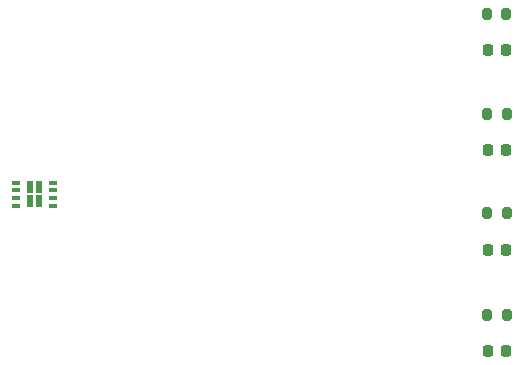
<source format=gtp>
G04 #@! TF.GenerationSoftware,KiCad,Pcbnew,8.0.4*
G04 #@! TF.CreationDate,2024-09-04T06:00:41+09:00*
G04 #@! TF.ProjectId,circuit-esp32-base,63697263-7569-4742-9d65-737033322d62,rev?*
G04 #@! TF.SameCoordinates,Original*
G04 #@! TF.FileFunction,Paste,Top*
G04 #@! TF.FilePolarity,Positive*
%FSLAX46Y46*%
G04 Gerber Fmt 4.6, Leading zero omitted, Abs format (unit mm)*
G04 Created by KiCad (PCBNEW 8.0.4) date 2024-09-04 06:00:41*
%MOMM*%
%LPD*%
G01*
G04 APERTURE LIST*
G04 Aperture macros list*
%AMRoundRect*
0 Rectangle with rounded corners*
0 $1 Rounding radius*
0 $2 $3 $4 $5 $6 $7 $8 $9 X,Y pos of 4 corners*
0 Add a 4 corners polygon primitive as box body*
4,1,4,$2,$3,$4,$5,$6,$7,$8,$9,$2,$3,0*
0 Add four circle primitives for the rounded corners*
1,1,$1+$1,$2,$3*
1,1,$1+$1,$4,$5*
1,1,$1+$1,$6,$7*
1,1,$1+$1,$8,$9*
0 Add four rect primitives between the rounded corners*
20,1,$1+$1,$2,$3,$4,$5,0*
20,1,$1+$1,$4,$5,$6,$7,0*
20,1,$1+$1,$6,$7,$8,$9,0*
20,1,$1+$1,$8,$9,$2,$3,0*%
G04 Aperture macros list end*
%ADD10RoundRect,0.218750X0.218750X0.256250X-0.218750X0.256250X-0.218750X-0.256250X0.218750X-0.256250X0*%
%ADD11RoundRect,0.200000X0.200000X0.275000X-0.200000X0.275000X-0.200000X-0.275000X0.200000X-0.275000X0*%
%ADD12R,0.600000X1.000000*%
%ADD13R,0.650000X0.350000*%
G04 APERTURE END LIST*
D10*
X196500000Y-109525000D03*
X194925000Y-109525000D03*
X196500000Y-118025000D03*
X194925000Y-118025000D03*
D11*
X196537500Y-115025000D03*
X194887500Y-115025000D03*
X196542500Y-98025000D03*
X194892500Y-98025000D03*
D10*
X196500000Y-92525000D03*
X194925000Y-92525000D03*
D12*
X156162500Y-104175000D03*
X156162500Y-105375000D03*
X156937500Y-104175000D03*
X156937500Y-105375000D03*
D13*
X155000000Y-103800000D03*
X155000000Y-104450000D03*
X155000000Y-105100000D03*
X155000000Y-105750000D03*
X158100000Y-105750000D03*
X158100000Y-105100000D03*
X158100000Y-104450000D03*
X158100000Y-103800000D03*
D10*
X196500000Y-101025000D03*
X194925000Y-101025000D03*
D11*
X196500000Y-89560000D03*
X194850000Y-89560000D03*
X196542500Y-106400000D03*
X194892500Y-106400000D03*
M02*

</source>
